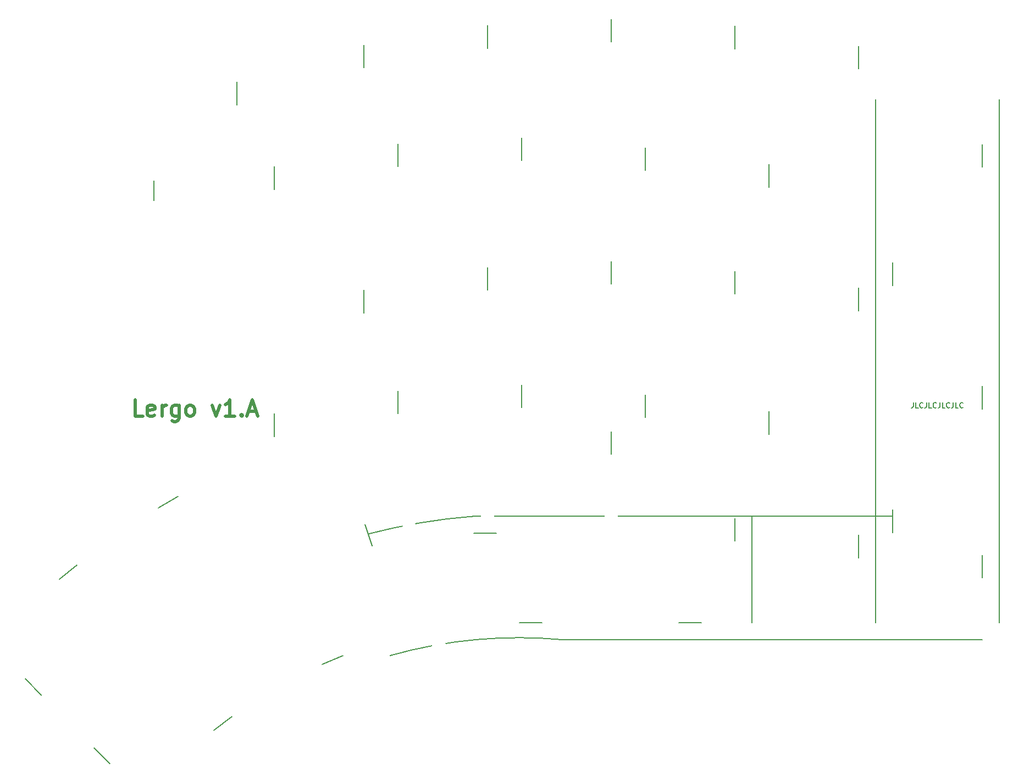
<source format=gto>
%TF.GenerationSoftware,KiCad,Pcbnew,5.1.12-84ad8e8a86~92~ubuntu20.04.1*%
%TF.CreationDate,2021-11-16T23:21:25+01:00*%
%TF.ProjectId,LergoTopPlate_Alu_Rails_LessRouting,4c657267-6f54-46f7-9050-6c6174655f41,v1.A*%
%TF.SameCoordinates,Original*%
%TF.FileFunction,Legend,Top*%
%TF.FilePolarity,Positive*%
%FSLAX46Y46*%
G04 Gerber Fmt 4.6, Leading zero omitted, Abs format (unit mm)*
G04 Created by KiCad (PCBNEW 5.1.12-84ad8e8a86~92~ubuntu20.04.1) date 2021-11-16 23:21:25*
%MOMM*%
%LPD*%
G01*
G04 APERTURE LIST*
%ADD10C,0.150000*%
%ADD11C,0.500000*%
%ADD12C,0.200000*%
%ADD13C,2.000000*%
%ADD14C,2.200000*%
%ADD15C,1.000000*%
%ADD16C,5.300000*%
%ADD17C,1.200000*%
%ADD18C,2.500000*%
G04 APERTURE END LIST*
D10*
X197625000Y-125043750D02*
X197625000Y-108595000D01*
X141915117Y-130076376D02*
G75*
G02*
X168683749Y-127645001I19845264J-69917224D01*
G01*
X138601923Y-111306885D02*
G75*
G02*
X154836250Y-108595000I23158458J-88686715D01*
G01*
X154836250Y-108595000D02*
X219276250Y-108595000D01*
X233123750Y-127645000D02*
X168683750Y-127645000D01*
X216675000Y-44276250D02*
X216675000Y-125043750D01*
X235725000Y-125043750D02*
X235725000Y-44276250D01*
D11*
X103804761Y-93155952D02*
X102614285Y-93155952D01*
X102614285Y-90655952D01*
X105590476Y-93036904D02*
X105352380Y-93155952D01*
X104876190Y-93155952D01*
X104638095Y-93036904D01*
X104519047Y-92798809D01*
X104519047Y-91846428D01*
X104638095Y-91608333D01*
X104876190Y-91489285D01*
X105352380Y-91489285D01*
X105590476Y-91608333D01*
X105709523Y-91846428D01*
X105709523Y-92084523D01*
X104519047Y-92322619D01*
X106780952Y-93155952D02*
X106780952Y-91489285D01*
X106780952Y-91965476D02*
X106900000Y-91727380D01*
X107019047Y-91608333D01*
X107257142Y-91489285D01*
X107495238Y-91489285D01*
X109400000Y-91489285D02*
X109400000Y-93513095D01*
X109280952Y-93751190D01*
X109161904Y-93870238D01*
X108923809Y-93989285D01*
X108566666Y-93989285D01*
X108328571Y-93870238D01*
X109400000Y-93036904D02*
X109161904Y-93155952D01*
X108685714Y-93155952D01*
X108447619Y-93036904D01*
X108328571Y-92917857D01*
X108209523Y-92679761D01*
X108209523Y-91965476D01*
X108328571Y-91727380D01*
X108447619Y-91608333D01*
X108685714Y-91489285D01*
X109161904Y-91489285D01*
X109400000Y-91608333D01*
X110947619Y-93155952D02*
X110709523Y-93036904D01*
X110590476Y-92917857D01*
X110471428Y-92679761D01*
X110471428Y-91965476D01*
X110590476Y-91727380D01*
X110709523Y-91608333D01*
X110947619Y-91489285D01*
X111304761Y-91489285D01*
X111542857Y-91608333D01*
X111661904Y-91727380D01*
X111780952Y-91965476D01*
X111780952Y-92679761D01*
X111661904Y-92917857D01*
X111542857Y-93036904D01*
X111304761Y-93155952D01*
X110947619Y-93155952D01*
X114519047Y-91489285D02*
X115114285Y-93155952D01*
X115709523Y-91489285D01*
X117971428Y-93155952D02*
X116542857Y-93155952D01*
X117257142Y-93155952D02*
X117257142Y-90655952D01*
X117019047Y-91013095D01*
X116780952Y-91251190D01*
X116542857Y-91370238D01*
X119042857Y-92917857D02*
X119161904Y-93036904D01*
X119042857Y-93155952D01*
X118923809Y-93036904D01*
X119042857Y-92917857D01*
X119042857Y-93155952D01*
X120114285Y-92441666D02*
X121304761Y-92441666D01*
X119876190Y-93155952D02*
X120709523Y-90655952D01*
X121542857Y-93155952D01*
D12*
X96286885Y-144274192D02*
X98761759Y-146749066D01*
X85680283Y-133667591D02*
X88155157Y-136142464D01*
X105500000Y-56887500D02*
X105500000Y-59887500D01*
X118300000Y-41627500D02*
X118300000Y-45127500D01*
X106224838Y-107303216D02*
X109255926Y-105553216D01*
X90973030Y-118355038D02*
X93654186Y-116105281D01*
X134694295Y-130077316D02*
X131460716Y-131416708D01*
X165310001Y-125020001D02*
X161810001Y-125020001D01*
X117520883Y-139464875D02*
X114744146Y-141595540D01*
X124050000Y-96260000D02*
X124050000Y-92760000D01*
X138008463Y-109825115D02*
X139147952Y-113134430D01*
X137850000Y-73710000D02*
X137850000Y-77210000D01*
X124050000Y-58160000D02*
X124050000Y-54660000D01*
X137850000Y-35910000D02*
X137850000Y-39410000D01*
X154810000Y-111220000D02*
X158310000Y-111220000D01*
X189850000Y-125020000D02*
X186350000Y-125020000D01*
X181200000Y-93340000D02*
X181200000Y-89840000D01*
X195000000Y-108890000D02*
X195000000Y-112390000D01*
X195000000Y-70790000D02*
X195000000Y-74290000D01*
X181200000Y-55240000D02*
X181200000Y-51740000D01*
X195000000Y-32990000D02*
X195000000Y-36490000D01*
X143100000Y-92760000D02*
X143100000Y-89260000D01*
X156900000Y-70210000D02*
X156900000Y-73710000D01*
X143100000Y-54660000D02*
X143100000Y-51160000D01*
X156900000Y-32910000D02*
X156900000Y-36410000D01*
X162150000Y-91800000D02*
X162150000Y-88300000D01*
X175950000Y-95520000D02*
X175950000Y-99020000D01*
X175950000Y-69250000D02*
X175950000Y-72750000D01*
X162150000Y-53700000D02*
X162150000Y-50200000D01*
X175950000Y-31950000D02*
X175950000Y-35450000D01*
X200250000Y-95920000D02*
X200250000Y-92420000D01*
X200250000Y-57820000D02*
X200250000Y-54320000D01*
X214050000Y-111470000D02*
X214050000Y-114970000D01*
X214050000Y-73370000D02*
X214050000Y-76870000D01*
X233100000Y-114570000D02*
X233100000Y-118070000D01*
X219300000Y-111100000D02*
X219300000Y-107600000D01*
X219300000Y-73000000D02*
X219300000Y-69500000D01*
X233100000Y-88550000D02*
X233100000Y-92050000D01*
X233100000Y-51250000D02*
X233100000Y-54750000D01*
X214050000Y-36070000D02*
X214050000Y-39570000D01*
D10*
X222504761Y-91061904D02*
X222504761Y-91633333D01*
X222466666Y-91747619D01*
X222390476Y-91823809D01*
X222276190Y-91861904D01*
X222200000Y-91861904D01*
X223266666Y-91861904D02*
X222885714Y-91861904D01*
X222885714Y-91061904D01*
X223990476Y-91785714D02*
X223952380Y-91823809D01*
X223838095Y-91861904D01*
X223761904Y-91861904D01*
X223647619Y-91823809D01*
X223571428Y-91747619D01*
X223533333Y-91671428D01*
X223495238Y-91519047D01*
X223495238Y-91404761D01*
X223533333Y-91252380D01*
X223571428Y-91176190D01*
X223647619Y-91100000D01*
X223761904Y-91061904D01*
X223838095Y-91061904D01*
X223952380Y-91100000D01*
X223990476Y-91138095D01*
X224561904Y-91061904D02*
X224561904Y-91633333D01*
X224523809Y-91747619D01*
X224447619Y-91823809D01*
X224333333Y-91861904D01*
X224257142Y-91861904D01*
X225323809Y-91861904D02*
X224942857Y-91861904D01*
X224942857Y-91061904D01*
X226047619Y-91785714D02*
X226009523Y-91823809D01*
X225895238Y-91861904D01*
X225819047Y-91861904D01*
X225704761Y-91823809D01*
X225628571Y-91747619D01*
X225590476Y-91671428D01*
X225552380Y-91519047D01*
X225552380Y-91404761D01*
X225590476Y-91252380D01*
X225628571Y-91176190D01*
X225704761Y-91100000D01*
X225819047Y-91061904D01*
X225895238Y-91061904D01*
X226009523Y-91100000D01*
X226047619Y-91138095D01*
X226619047Y-91061904D02*
X226619047Y-91633333D01*
X226580952Y-91747619D01*
X226504761Y-91823809D01*
X226390476Y-91861904D01*
X226314285Y-91861904D01*
X227380952Y-91861904D02*
X227000000Y-91861904D01*
X227000000Y-91061904D01*
X228104761Y-91785714D02*
X228066666Y-91823809D01*
X227952380Y-91861904D01*
X227876190Y-91861904D01*
X227761904Y-91823809D01*
X227685714Y-91747619D01*
X227647619Y-91671428D01*
X227609523Y-91519047D01*
X227609523Y-91404761D01*
X227647619Y-91252380D01*
X227685714Y-91176190D01*
X227761904Y-91100000D01*
X227876190Y-91061904D01*
X227952380Y-91061904D01*
X228066666Y-91100000D01*
X228104761Y-91138095D01*
X228676190Y-91061904D02*
X228676190Y-91633333D01*
X228638095Y-91747619D01*
X228561904Y-91823809D01*
X228447619Y-91861904D01*
X228371428Y-91861904D01*
X229438095Y-91861904D02*
X229057142Y-91861904D01*
X229057142Y-91061904D01*
X230161904Y-91785714D02*
X230123809Y-91823809D01*
X230009523Y-91861904D01*
X229933333Y-91861904D01*
X229819047Y-91823809D01*
X229742857Y-91747619D01*
X229704761Y-91671428D01*
X229666666Y-91519047D01*
X229666666Y-91404761D01*
X229704761Y-91252380D01*
X229742857Y-91176190D01*
X229819047Y-91100000D01*
X229933333Y-91061904D01*
X230009523Y-91061904D01*
X230123809Y-91100000D01*
X230161904Y-91138095D01*
%LPC*%
D13*
X120043750Y-84581250D03*
X103756250Y-30157500D03*
X103756250Y-67912500D03*
X120043750Y-67912500D03*
X120043750Y-30157500D03*
X103756250Y-84581250D03*
D14*
X138917245Y-131422627D03*
X134142390Y-112413135D03*
X149488850Y-128767223D03*
D15*
X144713995Y-109757730D03*
D14*
X120645220Y-117880052D03*
X130445220Y-134854150D03*
X111205544Y-123330052D03*
X121005544Y-140304150D03*
X106945463Y-152886146D03*
X93086171Y-139026854D03*
X114652927Y-145178682D03*
X100793635Y-131319390D03*
X93475079Y-139415762D03*
X79615787Y-125556470D03*
X101182543Y-131708298D03*
X87323251Y-117849006D03*
X111480544Y-123806366D03*
X101680544Y-106832268D03*
X120920220Y-118356366D03*
X111120220Y-101382268D03*
D16*
X98638899Y-34932171D03*
X98638899Y-159529137D03*
X232220381Y-136740000D03*
X232220381Y-37928844D03*
D13*
X175973750Y-108595000D03*
X156923750Y-108575000D03*
X144793444Y-109920811D03*
X105500000Y-99000000D03*
X157143750Y-21659375D03*
D17*
X223818750Y-38103125D03*
X219056250Y-33340625D03*
D18*
X221437500Y-35721875D03*
M02*

</source>
